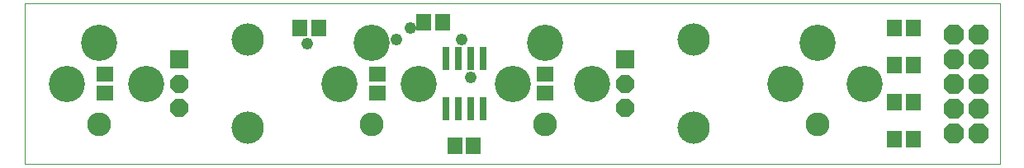
<source format=gbs>
G75*
%MOIN*%
%OFA0B0*%
%FSLAX25Y25*%
%IPPOS*%
%LPD*%
%AMOC8*
5,1,8,0,0,1.08239X$1,22.5*
%
%ADD10C,0.00000*%
%ADD11R,0.05918X0.06706*%
%ADD12R,0.03162X0.09461*%
%ADD13C,0.14643*%
%ADD14C,0.09658*%
%ADD15OC8,0.08200*%
%ADD16R,0.06706X0.05918*%
%ADD17R,0.07296X0.07296*%
%ADD18OC8,0.07296*%
%ADD19C,0.13068*%
%ADD20C,0.04800*%
D10*
X0001800Y0003000D02*
X0001800Y0067961D01*
X0395501Y0067961D01*
X0395501Y0003000D01*
X0001800Y0003000D01*
D11*
X0175560Y0010500D03*
X0183040Y0010500D03*
X0353060Y0013000D03*
X0360540Y0013000D03*
X0360540Y0028000D03*
X0353060Y0028000D03*
X0353060Y0043000D03*
X0360540Y0043000D03*
X0360540Y0058000D03*
X0353060Y0058000D03*
X0170540Y0060500D03*
X0163060Y0060500D03*
X0120540Y0058000D03*
X0113060Y0058000D03*
D12*
X0171800Y0045736D03*
X0176800Y0045736D03*
X0181800Y0045736D03*
X0186800Y0045736D03*
X0186800Y0025264D03*
X0181800Y0025264D03*
X0176800Y0025264D03*
X0171800Y0025264D03*
D13*
X0161091Y0035500D03*
X0128808Y0035500D03*
X0198808Y0035500D03*
X0231091Y0035500D03*
X0308808Y0035500D03*
X0341091Y0035500D03*
X0321800Y0052035D03*
X0211800Y0052035D03*
X0141800Y0052035D03*
X0051091Y0035500D03*
X0018808Y0035500D03*
X0031800Y0052035D03*
D14*
X0031800Y0018965D03*
X0141800Y0018965D03*
X0211800Y0018965D03*
X0321800Y0018965D03*
D15*
X0376800Y0015500D03*
X0386800Y0015500D03*
X0386800Y0025500D03*
X0376800Y0025500D03*
X0376800Y0035500D03*
X0386800Y0035500D03*
X0386800Y0045500D03*
X0376800Y0045500D03*
X0376800Y0055500D03*
X0386800Y0055500D03*
D16*
X0211800Y0039240D03*
X0211800Y0031760D03*
X0144300Y0031760D03*
X0144300Y0039240D03*
X0034300Y0039240D03*
X0034300Y0031760D03*
D17*
X0064241Y0045343D03*
X0244241Y0045343D03*
D18*
X0244241Y0035500D03*
X0244241Y0025657D03*
X0064241Y0025657D03*
X0064241Y0035500D03*
D19*
X0091800Y0017783D03*
X0271800Y0017783D03*
X0271800Y0053217D03*
X0091800Y0053217D03*
D20*
X0116100Y0051600D03*
X0152100Y0053400D03*
X0157500Y0057900D03*
X0178200Y0053400D03*
X0181800Y0038100D03*
M02*

</source>
